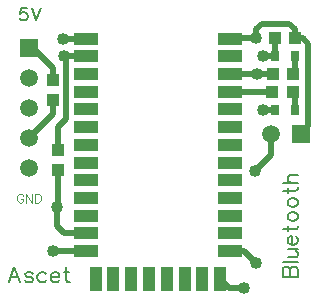
<source format=gbr>
G04 DipTrace 2.3.0.1*
%INbluetooth_modul_top.gbr*%
%MOIN*%
%ADD13C,0.0197*%
%ADD19R,0.0591X0.0591*%
%ADD20C,0.0591*%
%ADD24R,0.0276X0.0335*%
%ADD27R,0.0433X0.0394*%
%ADD29R,0.0394X0.0433*%
%ADD30R,0.0787X0.0394*%
%ADD31R,0.0394X0.0787*%
%ADD32C,0.04*%
%ADD68C,0.0062*%
%ADD69C,0.0077*%
%ADD70C,0.0046*%
%FSLAX44Y44*%
G04*
G70*
G90*
G75*
G01*
%LNTop*%
%LPD*%
X12480Y12854D2*
D13*
X11622D1*
X11610Y12842D1*
X13776Y12854D2*
Y13148D1*
X13578Y13346D1*
X12657D1*
X12480Y13169D1*
Y12854D1*
X13776D2*
X14031D1*
X14212Y12672D1*
Y9917D1*
X13956Y9661D1*
X6790Y12252D2*
X6082D1*
X5877Y9121D2*
Y9905D1*
X6149Y10176D1*
Y12185D1*
X6082Y12252D1*
X5712Y10787D2*
Y10326D1*
X4917Y9531D1*
X6039Y12846D2*
X6786D1*
X6790Y12842D1*
X6792Y6347D2*
X6773Y6365D1*
X6082D1*
X5850Y6598D1*
Y7239D1*
X5877Y8452D2*
Y7239D1*
X5850D1*
X12956Y9661D2*
Y8960D1*
X12440Y8444D1*
X12507Y11661D2*
X11610D1*
Y11662D1*
X13027Y11669D2*
X12507Y11661D1*
X13022Y11066D2*
X11615D1*
X11610Y11072D1*
X13117Y12267D2*
X12700D1*
X13094Y10472D2*
X12696D1*
X11610Y5752D2*
X12074D1*
X12464Y5361D1*
X13117Y12267D2*
Y12843D1*
X13106Y12854D1*
X6792Y5756D2*
X5719D1*
X11270Y4822D2*
X11556Y4535D1*
X12082D1*
X5712Y11456D2*
Y11857D1*
X5039Y12531D1*
X4917D1*
X13696Y11669D2*
X13783Y11755D1*
Y12267D1*
X13691Y11066D2*
X13759Y10998D1*
Y10472D1*
D32*
X12480Y12854D3*
D3*
X6082Y12252D3*
X6039Y12846D3*
X5850Y7239D3*
X12507Y11661D3*
D3*
X12700Y12267D3*
X12696Y10472D3*
X12464Y5361D3*
X5719Y5756D3*
X12082Y4535D3*
X12440Y8444D3*
D19*
X4917Y12531D3*
D20*
Y11531D3*
Y10531D3*
Y9531D3*
Y8531D3*
D24*
X13094Y10472D3*
X13759D3*
X13117Y12267D3*
X13783D3*
D27*
X13696Y11669D3*
X13027D3*
X13691Y11066D3*
X13022D3*
X13106Y12854D3*
X13776D3*
D29*
X5712Y10787D3*
Y11456D3*
X5877Y8452D3*
Y9121D3*
D30*
X11610Y12842D3*
Y12252D3*
Y11662D3*
Y11072D3*
Y10481D3*
Y9892D3*
Y9302D3*
Y8712D3*
Y8122D3*
Y7531D3*
Y6942D3*
Y6352D3*
Y5752D3*
X6790Y12842D3*
Y12252D3*
Y11662D3*
X6792Y11071D3*
X6790Y10481D3*
X6792Y9890D3*
Y9299D3*
Y8709D3*
Y8118D3*
Y7528D3*
Y6937D3*
Y6347D3*
Y5756D3*
D31*
X7130Y4822D3*
X7720D3*
X8310D3*
X8900D3*
X9500D3*
X10090D3*
X10680D3*
X11270D3*
D19*
X13956Y9661D3*
D20*
X12956D3*
X4828Y13850D2*
D68*
X4637D1*
X4618Y13678D1*
X4637Y13697D1*
X4695Y13716D1*
X4752D1*
X4809Y13697D1*
X4848Y13659D1*
X4867Y13601D1*
Y13563D1*
X4848Y13506D1*
X4809Y13467D1*
X4752Y13448D1*
X4695D1*
X4637Y13467D1*
X4618Y13487D1*
X4599Y13525D1*
X4990Y13850D2*
X5143Y13448D1*
X5296Y13850D1*
X4614Y4718D2*
D69*
X4422Y5221D1*
X4231Y4718D1*
X4302Y4886D2*
X4542D1*
X5031Y4982D2*
X5007Y5030D1*
X4935Y5053D1*
X4864D1*
X4792Y5030D1*
X4768Y4982D1*
X4792Y4934D1*
X4840Y4910D1*
X4959Y4886D1*
X5007Y4862D1*
X5031Y4814D1*
Y4790D1*
X5007Y4743D1*
X4935Y4718D1*
X4864D1*
X4792Y4743D1*
X4768Y4790D1*
X5473Y4982D2*
X5425Y5030D1*
X5377Y5053D1*
X5305D1*
X5257Y5030D1*
X5210Y4982D1*
X5185Y4910D1*
Y4862D1*
X5210Y4790D1*
X5257Y4743D1*
X5305Y4718D1*
X5377D1*
X5425Y4743D1*
X5473Y4790D1*
X5627Y4910D2*
X5914D1*
Y4958D1*
X5890Y5006D1*
X5867Y5030D1*
X5818Y5053D1*
X5747D1*
X5699Y5030D1*
X5651Y4982D1*
X5627Y4910D1*
Y4862D1*
X5651Y4790D1*
X5699Y4743D1*
X5747Y4718D1*
X5818D1*
X5867Y4743D1*
X5914Y4790D1*
X6140Y5221D2*
Y4814D1*
X6164Y4743D1*
X6212Y4718D1*
X6260D1*
X6069Y5053D2*
X6236D1*
X4722Y7608D2*
D70*
X4708Y7636D1*
X4679Y7665D1*
X4650Y7679D1*
X4593D1*
X4564Y7665D1*
X4535Y7636D1*
X4521Y7608D1*
X4507Y7565D1*
Y7493D1*
X4521Y7450D1*
X4535Y7421D1*
X4564Y7393D1*
X4593Y7378D1*
X4650D1*
X4679Y7393D1*
X4708Y7421D1*
X4722Y7450D1*
Y7493D1*
X4650D1*
X5015Y7679D2*
Y7378D1*
X4814Y7679D1*
Y7378D1*
X5108Y7679D2*
Y7378D1*
X5209D1*
X5252Y7393D1*
X5281Y7421D1*
X5295Y7450D1*
X5309Y7493D1*
Y7565D1*
X5295Y7608D1*
X5281Y7636D1*
X5252Y7665D1*
X5209Y7679D1*
X5108D1*
X13360Y4911D2*
D69*
X13862D1*
Y5126D1*
X13838Y5198D1*
X13814Y5222D1*
X13767Y5246D1*
X13695D1*
X13647Y5222D1*
X13623Y5198D1*
X13599Y5126D1*
X13575Y5198D1*
X13551Y5222D1*
X13503Y5246D1*
X13455D1*
X13408Y5222D1*
X13383Y5198D1*
X13360Y5126D1*
Y4911D1*
X13599D2*
Y5126D1*
X13360Y5400D2*
X13862D1*
X13527Y5555D2*
X13767D1*
X13838Y5578D1*
X13862Y5627D1*
Y5698D1*
X13838Y5746D1*
X13767Y5818D1*
X13527D2*
X13862D1*
X13671Y5972D2*
Y6259D1*
X13623D1*
X13575Y6235D1*
X13551Y6211D1*
X13527Y6163D1*
Y6092D1*
X13551Y6044D1*
X13599Y5996D1*
X13671Y5972D1*
X13718D1*
X13790Y5996D1*
X13838Y6044D1*
X13862Y6092D1*
Y6163D1*
X13838Y6211D1*
X13790Y6259D1*
X13360Y6485D2*
X13767D1*
X13838Y6509D1*
X13862Y6557D1*
Y6605D1*
X13527Y6413D2*
Y6581D1*
Y6878D2*
X13551Y6831D1*
X13599Y6783D1*
X13671Y6759D1*
X13718D1*
X13790Y6783D1*
X13838Y6831D1*
X13862Y6878D1*
Y6950D1*
X13838Y6998D1*
X13790Y7046D1*
X13718Y7070D1*
X13671D1*
X13599Y7046D1*
X13551Y6998D1*
X13527Y6950D1*
Y6878D1*
Y7344D2*
X13551Y7296D1*
X13599Y7248D1*
X13671Y7225D1*
X13718D1*
X13790Y7248D1*
X13838Y7296D1*
X13862Y7344D1*
Y7416D1*
X13838Y7464D1*
X13790Y7511D1*
X13718Y7536D1*
X13671D1*
X13599Y7511D1*
X13551Y7464D1*
X13527Y7416D1*
Y7344D1*
X13360Y7762D2*
X13767D1*
X13838Y7786D1*
X13862Y7834D1*
Y7881D1*
X13527Y7690D2*
Y7858D1*
X13360Y8036D2*
X13862D1*
X13623D2*
X13551Y8108D1*
X13527Y8156D1*
Y8228D1*
X13551Y8275D1*
X13623Y8299D1*
X13862D1*
M02*

</source>
